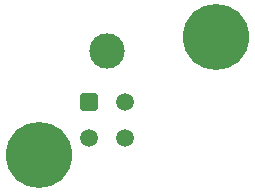
<source format=gbs>
G04 #@! TF.GenerationSoftware,KiCad,Pcbnew,(6.0.11-0)*
G04 #@! TF.CreationDate,2023-06-01T20:00:55-06:00*
G04 #@! TF.ProjectId,LIDPCB,4c494450-4342-42e6-9b69-6361645f7063,rev?*
G04 #@! TF.SameCoordinates,Original*
G04 #@! TF.FileFunction,Soldermask,Bot*
G04 #@! TF.FilePolarity,Negative*
%FSLAX46Y46*%
G04 Gerber Fmt 4.6, Leading zero omitted, Abs format (unit mm)*
G04 Created by KiCad (PCBNEW (6.0.11-0)) date 2023-06-01 20:00:55*
%MOMM*%
%LPD*%
G01*
G04 APERTURE LIST*
G04 Aperture macros list*
%AMRoundRect*
0 Rectangle with rounded corners*
0 $1 Rounding radius*
0 $2 $3 $4 $5 $6 $7 $8 $9 X,Y pos of 4 corners*
0 Add a 4 corners polygon primitive as box body*
4,1,4,$2,$3,$4,$5,$6,$7,$8,$9,$2,$3,0*
0 Add four circle primitives for the rounded corners*
1,1,$1+$1,$2,$3*
1,1,$1+$1,$4,$5*
1,1,$1+$1,$6,$7*
1,1,$1+$1,$8,$9*
0 Add four rect primitives between the rounded corners*
20,1,$1+$1,$2,$3,$4,$5,0*
20,1,$1+$1,$4,$5,$6,$7,0*
20,1,$1+$1,$6,$7,$8,$9,0*
20,1,$1+$1,$8,$9,$2,$3,0*%
G04 Aperture macros list end*
%ADD10C,5.600000*%
%ADD11C,3.000000*%
%ADD12RoundRect,0.250001X-0.499999X-0.499999X0.499999X-0.499999X0.499999X0.499999X-0.499999X0.499999X0*%
%ADD13C,1.500000*%
G04 APERTURE END LIST*
D10*
X103500000Y-113500000D03*
X118500000Y-103500000D03*
D11*
X109250000Y-104680000D03*
D12*
X107750000Y-109000000D03*
D13*
X110750000Y-109000000D03*
X107750000Y-112000000D03*
X110750000Y-112000000D03*
M02*

</source>
